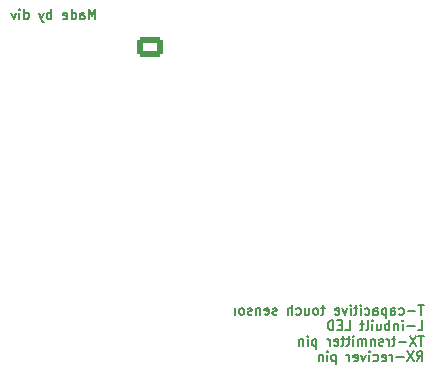
<source format=gbo>
%TF.GenerationSoftware,KiCad,Pcbnew,8.0.7*%
%TF.CreationDate,2025-01-22T20:40:04+05:30*%
%TF.ProjectId,Esp_Test,4573705f-5465-4737-942e-6b696361645f,rev?*%
%TF.SameCoordinates,Original*%
%TF.FileFunction,Legend,Bot*%
%TF.FilePolarity,Positive*%
%FSLAX46Y46*%
G04 Gerber Fmt 4.6, Leading zero omitted, Abs format (unit mm)*
G04 Created by KiCad (PCBNEW 8.0.7) date 2025-01-22 20:40:04*
%MOMM*%
%LPD*%
G01*
G04 APERTURE LIST*
G04 Aperture macros list*
%AMRoundRect*
0 Rectangle with rounded corners*
0 $1 Rounding radius*
0 $2 $3 $4 $5 $6 $7 $8 $9 X,Y pos of 4 corners*
0 Add a 4 corners polygon primitive as box body*
4,1,4,$2,$3,$4,$5,$6,$7,$8,$9,$2,$3,0*
0 Add four circle primitives for the rounded corners*
1,1,$1+$1,$2,$3*
1,1,$1+$1,$4,$5*
1,1,$1+$1,$6,$7*
1,1,$1+$1,$8,$9*
0 Add four rect primitives between the rounded corners*
20,1,$1+$1,$2,$3,$4,$5,0*
20,1,$1+$1,$4,$5,$6,$7,0*
20,1,$1+$1,$6,$7,$8,$9,0*
20,1,$1+$1,$8,$9,$2,$3,0*%
G04 Aperture macros list end*
%ADD10C,0.152400*%
%ADD11R,1.700000X1.700000*%
%ADD12RoundRect,0.250000X-0.845000X0.620000X-0.845000X-0.620000X0.845000X-0.620000X0.845000X0.620000X0*%
%ADD13O,2.190000X1.740000*%
%ADD14R,2.300000X1.700000*%
%ADD15C,1.400000*%
%ADD16O,1.400000X1.400000*%
%ADD17O,1.700000X1.700000*%
%ADD18R,1.800000X1.800000*%
%ADD19C,1.800000*%
G04 APERTURE END LIST*
D10*
X203160213Y-37484603D02*
X203160213Y-36671803D01*
X203160213Y-36671803D02*
X202889279Y-37252375D01*
X202889279Y-37252375D02*
X202618346Y-36671803D01*
X202618346Y-36671803D02*
X202618346Y-37484603D01*
X201882956Y-37484603D02*
X201882956Y-37058851D01*
X201882956Y-37058851D02*
X201921661Y-36981441D01*
X201921661Y-36981441D02*
X201999070Y-36942737D01*
X201999070Y-36942737D02*
X202153889Y-36942737D01*
X202153889Y-36942737D02*
X202231299Y-36981441D01*
X201882956Y-37445899D02*
X201960365Y-37484603D01*
X201960365Y-37484603D02*
X202153889Y-37484603D01*
X202153889Y-37484603D02*
X202231299Y-37445899D01*
X202231299Y-37445899D02*
X202270003Y-37368489D01*
X202270003Y-37368489D02*
X202270003Y-37291079D01*
X202270003Y-37291079D02*
X202231299Y-37213670D01*
X202231299Y-37213670D02*
X202153889Y-37174965D01*
X202153889Y-37174965D02*
X201960365Y-37174965D01*
X201960365Y-37174965D02*
X201882956Y-37136260D01*
X201147566Y-37484603D02*
X201147566Y-36671803D01*
X201147566Y-37445899D02*
X201224975Y-37484603D01*
X201224975Y-37484603D02*
X201379794Y-37484603D01*
X201379794Y-37484603D02*
X201457204Y-37445899D01*
X201457204Y-37445899D02*
X201495909Y-37407194D01*
X201495909Y-37407194D02*
X201534613Y-37329784D01*
X201534613Y-37329784D02*
X201534613Y-37097556D01*
X201534613Y-37097556D02*
X201495909Y-37020146D01*
X201495909Y-37020146D02*
X201457204Y-36981441D01*
X201457204Y-36981441D02*
X201379794Y-36942737D01*
X201379794Y-36942737D02*
X201224975Y-36942737D01*
X201224975Y-36942737D02*
X201147566Y-36981441D01*
X200450881Y-37445899D02*
X200528290Y-37484603D01*
X200528290Y-37484603D02*
X200683109Y-37484603D01*
X200683109Y-37484603D02*
X200760519Y-37445899D01*
X200760519Y-37445899D02*
X200799223Y-37368489D01*
X200799223Y-37368489D02*
X200799223Y-37058851D01*
X200799223Y-37058851D02*
X200760519Y-36981441D01*
X200760519Y-36981441D02*
X200683109Y-36942737D01*
X200683109Y-36942737D02*
X200528290Y-36942737D01*
X200528290Y-36942737D02*
X200450881Y-36981441D01*
X200450881Y-36981441D02*
X200412176Y-37058851D01*
X200412176Y-37058851D02*
X200412176Y-37136260D01*
X200412176Y-37136260D02*
X200799223Y-37213670D01*
X199444557Y-37484603D02*
X199444557Y-36671803D01*
X199444557Y-36981441D02*
X199367147Y-36942737D01*
X199367147Y-36942737D02*
X199212328Y-36942737D01*
X199212328Y-36942737D02*
X199134919Y-36981441D01*
X199134919Y-36981441D02*
X199096214Y-37020146D01*
X199096214Y-37020146D02*
X199057509Y-37097556D01*
X199057509Y-37097556D02*
X199057509Y-37329784D01*
X199057509Y-37329784D02*
X199096214Y-37407194D01*
X199096214Y-37407194D02*
X199134919Y-37445899D01*
X199134919Y-37445899D02*
X199212328Y-37484603D01*
X199212328Y-37484603D02*
X199367147Y-37484603D01*
X199367147Y-37484603D02*
X199444557Y-37445899D01*
X198786576Y-36942737D02*
X198593052Y-37484603D01*
X198399529Y-36942737D02*
X198593052Y-37484603D01*
X198593052Y-37484603D02*
X198670462Y-37678127D01*
X198670462Y-37678127D02*
X198709167Y-37716832D01*
X198709167Y-37716832D02*
X198786576Y-37755537D01*
X197122272Y-37484603D02*
X197122272Y-36671803D01*
X197122272Y-37445899D02*
X197199681Y-37484603D01*
X197199681Y-37484603D02*
X197354500Y-37484603D01*
X197354500Y-37484603D02*
X197431910Y-37445899D01*
X197431910Y-37445899D02*
X197470615Y-37407194D01*
X197470615Y-37407194D02*
X197509319Y-37329784D01*
X197509319Y-37329784D02*
X197509319Y-37097556D01*
X197509319Y-37097556D02*
X197470615Y-37020146D01*
X197470615Y-37020146D02*
X197431910Y-36981441D01*
X197431910Y-36981441D02*
X197354500Y-36942737D01*
X197354500Y-36942737D02*
X197199681Y-36942737D01*
X197199681Y-36942737D02*
X197122272Y-36981441D01*
X196735225Y-37484603D02*
X196735225Y-36942737D01*
X196735225Y-36671803D02*
X196773929Y-36710508D01*
X196773929Y-36710508D02*
X196735225Y-36749213D01*
X196735225Y-36749213D02*
X196696520Y-36710508D01*
X196696520Y-36710508D02*
X196735225Y-36671803D01*
X196735225Y-36671803D02*
X196735225Y-36749213D01*
X196425586Y-36942737D02*
X196232062Y-37484603D01*
X196232062Y-37484603D02*
X196038539Y-36942737D01*
X230962327Y-61702117D02*
X230497870Y-61702117D01*
X230730098Y-62514917D02*
X230730098Y-61702117D01*
X230226937Y-62205279D02*
X229607661Y-62205279D01*
X228872270Y-62476213D02*
X228949679Y-62514917D01*
X228949679Y-62514917D02*
X229104498Y-62514917D01*
X229104498Y-62514917D02*
X229181908Y-62476213D01*
X229181908Y-62476213D02*
X229220613Y-62437508D01*
X229220613Y-62437508D02*
X229259317Y-62360098D01*
X229259317Y-62360098D02*
X229259317Y-62127870D01*
X229259317Y-62127870D02*
X229220613Y-62050460D01*
X229220613Y-62050460D02*
X229181908Y-62011755D01*
X229181908Y-62011755D02*
X229104498Y-61973051D01*
X229104498Y-61973051D02*
X228949679Y-61973051D01*
X228949679Y-61973051D02*
X228872270Y-62011755D01*
X228175584Y-62514917D02*
X228175584Y-62089165D01*
X228175584Y-62089165D02*
X228214289Y-62011755D01*
X228214289Y-62011755D02*
X228291698Y-61973051D01*
X228291698Y-61973051D02*
X228446517Y-61973051D01*
X228446517Y-61973051D02*
X228523927Y-62011755D01*
X228175584Y-62476213D02*
X228252993Y-62514917D01*
X228252993Y-62514917D02*
X228446517Y-62514917D01*
X228446517Y-62514917D02*
X228523927Y-62476213D01*
X228523927Y-62476213D02*
X228562631Y-62398803D01*
X228562631Y-62398803D02*
X228562631Y-62321393D01*
X228562631Y-62321393D02*
X228523927Y-62243984D01*
X228523927Y-62243984D02*
X228446517Y-62205279D01*
X228446517Y-62205279D02*
X228252993Y-62205279D01*
X228252993Y-62205279D02*
X228175584Y-62166574D01*
X227788537Y-61973051D02*
X227788537Y-62785851D01*
X227788537Y-62011755D02*
X227711127Y-61973051D01*
X227711127Y-61973051D02*
X227556308Y-61973051D01*
X227556308Y-61973051D02*
X227478899Y-62011755D01*
X227478899Y-62011755D02*
X227440194Y-62050460D01*
X227440194Y-62050460D02*
X227401489Y-62127870D01*
X227401489Y-62127870D02*
X227401489Y-62360098D01*
X227401489Y-62360098D02*
X227440194Y-62437508D01*
X227440194Y-62437508D02*
X227478899Y-62476213D01*
X227478899Y-62476213D02*
X227556308Y-62514917D01*
X227556308Y-62514917D02*
X227711127Y-62514917D01*
X227711127Y-62514917D02*
X227788537Y-62476213D01*
X226704804Y-62514917D02*
X226704804Y-62089165D01*
X226704804Y-62089165D02*
X226743509Y-62011755D01*
X226743509Y-62011755D02*
X226820918Y-61973051D01*
X226820918Y-61973051D02*
X226975737Y-61973051D01*
X226975737Y-61973051D02*
X227053147Y-62011755D01*
X226704804Y-62476213D02*
X226782213Y-62514917D01*
X226782213Y-62514917D02*
X226975737Y-62514917D01*
X226975737Y-62514917D02*
X227053147Y-62476213D01*
X227053147Y-62476213D02*
X227091851Y-62398803D01*
X227091851Y-62398803D02*
X227091851Y-62321393D01*
X227091851Y-62321393D02*
X227053147Y-62243984D01*
X227053147Y-62243984D02*
X226975737Y-62205279D01*
X226975737Y-62205279D02*
X226782213Y-62205279D01*
X226782213Y-62205279D02*
X226704804Y-62166574D01*
X225969414Y-62476213D02*
X226046823Y-62514917D01*
X226046823Y-62514917D02*
X226201642Y-62514917D01*
X226201642Y-62514917D02*
X226279052Y-62476213D01*
X226279052Y-62476213D02*
X226317757Y-62437508D01*
X226317757Y-62437508D02*
X226356461Y-62360098D01*
X226356461Y-62360098D02*
X226356461Y-62127870D01*
X226356461Y-62127870D02*
X226317757Y-62050460D01*
X226317757Y-62050460D02*
X226279052Y-62011755D01*
X226279052Y-62011755D02*
X226201642Y-61973051D01*
X226201642Y-61973051D02*
X226046823Y-61973051D01*
X226046823Y-61973051D02*
X225969414Y-62011755D01*
X225621071Y-62514917D02*
X225621071Y-61973051D01*
X225621071Y-61702117D02*
X225659775Y-61740822D01*
X225659775Y-61740822D02*
X225621071Y-61779527D01*
X225621071Y-61779527D02*
X225582366Y-61740822D01*
X225582366Y-61740822D02*
X225621071Y-61702117D01*
X225621071Y-61702117D02*
X225621071Y-61779527D01*
X225350137Y-61973051D02*
X225040499Y-61973051D01*
X225234023Y-61702117D02*
X225234023Y-62398803D01*
X225234023Y-62398803D02*
X225195318Y-62476213D01*
X225195318Y-62476213D02*
X225117908Y-62514917D01*
X225117908Y-62514917D02*
X225040499Y-62514917D01*
X224769566Y-62514917D02*
X224769566Y-61973051D01*
X224769566Y-61702117D02*
X224808270Y-61740822D01*
X224808270Y-61740822D02*
X224769566Y-61779527D01*
X224769566Y-61779527D02*
X224730861Y-61740822D01*
X224730861Y-61740822D02*
X224769566Y-61702117D01*
X224769566Y-61702117D02*
X224769566Y-61779527D01*
X224459927Y-61973051D02*
X224266403Y-62514917D01*
X224266403Y-62514917D02*
X224072880Y-61973051D01*
X223453604Y-62476213D02*
X223531013Y-62514917D01*
X223531013Y-62514917D02*
X223685832Y-62514917D01*
X223685832Y-62514917D02*
X223763242Y-62476213D01*
X223763242Y-62476213D02*
X223801946Y-62398803D01*
X223801946Y-62398803D02*
X223801946Y-62089165D01*
X223801946Y-62089165D02*
X223763242Y-62011755D01*
X223763242Y-62011755D02*
X223685832Y-61973051D01*
X223685832Y-61973051D02*
X223531013Y-61973051D01*
X223531013Y-61973051D02*
X223453604Y-62011755D01*
X223453604Y-62011755D02*
X223414899Y-62089165D01*
X223414899Y-62089165D02*
X223414899Y-62166574D01*
X223414899Y-62166574D02*
X223801946Y-62243984D01*
X222563394Y-61973051D02*
X222253756Y-61973051D01*
X222447280Y-61702117D02*
X222447280Y-62398803D01*
X222447280Y-62398803D02*
X222408575Y-62476213D01*
X222408575Y-62476213D02*
X222331165Y-62514917D01*
X222331165Y-62514917D02*
X222253756Y-62514917D01*
X221866708Y-62514917D02*
X221944118Y-62476213D01*
X221944118Y-62476213D02*
X221982823Y-62437508D01*
X221982823Y-62437508D02*
X222021527Y-62360098D01*
X222021527Y-62360098D02*
X222021527Y-62127870D01*
X222021527Y-62127870D02*
X221982823Y-62050460D01*
X221982823Y-62050460D02*
X221944118Y-62011755D01*
X221944118Y-62011755D02*
X221866708Y-61973051D01*
X221866708Y-61973051D02*
X221750594Y-61973051D01*
X221750594Y-61973051D02*
X221673185Y-62011755D01*
X221673185Y-62011755D02*
X221634480Y-62050460D01*
X221634480Y-62050460D02*
X221595775Y-62127870D01*
X221595775Y-62127870D02*
X221595775Y-62360098D01*
X221595775Y-62360098D02*
X221634480Y-62437508D01*
X221634480Y-62437508D02*
X221673185Y-62476213D01*
X221673185Y-62476213D02*
X221750594Y-62514917D01*
X221750594Y-62514917D02*
X221866708Y-62514917D01*
X220899090Y-61973051D02*
X220899090Y-62514917D01*
X221247433Y-61973051D02*
X221247433Y-62398803D01*
X221247433Y-62398803D02*
X221208728Y-62476213D01*
X221208728Y-62476213D02*
X221131318Y-62514917D01*
X221131318Y-62514917D02*
X221015204Y-62514917D01*
X221015204Y-62514917D02*
X220937795Y-62476213D01*
X220937795Y-62476213D02*
X220899090Y-62437508D01*
X220163700Y-62476213D02*
X220241109Y-62514917D01*
X220241109Y-62514917D02*
X220395928Y-62514917D01*
X220395928Y-62514917D02*
X220473338Y-62476213D01*
X220473338Y-62476213D02*
X220512043Y-62437508D01*
X220512043Y-62437508D02*
X220550747Y-62360098D01*
X220550747Y-62360098D02*
X220550747Y-62127870D01*
X220550747Y-62127870D02*
X220512043Y-62050460D01*
X220512043Y-62050460D02*
X220473338Y-62011755D01*
X220473338Y-62011755D02*
X220395928Y-61973051D01*
X220395928Y-61973051D02*
X220241109Y-61973051D01*
X220241109Y-61973051D02*
X220163700Y-62011755D01*
X219815357Y-62514917D02*
X219815357Y-61702117D01*
X219467014Y-62514917D02*
X219467014Y-62089165D01*
X219467014Y-62089165D02*
X219505719Y-62011755D01*
X219505719Y-62011755D02*
X219583128Y-61973051D01*
X219583128Y-61973051D02*
X219699242Y-61973051D01*
X219699242Y-61973051D02*
X219776652Y-62011755D01*
X219776652Y-62011755D02*
X219815357Y-62050460D01*
X218499395Y-62476213D02*
X218421986Y-62514917D01*
X218421986Y-62514917D02*
X218267167Y-62514917D01*
X218267167Y-62514917D02*
X218189757Y-62476213D01*
X218189757Y-62476213D02*
X218151053Y-62398803D01*
X218151053Y-62398803D02*
X218151053Y-62360098D01*
X218151053Y-62360098D02*
X218189757Y-62282689D01*
X218189757Y-62282689D02*
X218267167Y-62243984D01*
X218267167Y-62243984D02*
X218383281Y-62243984D01*
X218383281Y-62243984D02*
X218460691Y-62205279D01*
X218460691Y-62205279D02*
X218499395Y-62127870D01*
X218499395Y-62127870D02*
X218499395Y-62089165D01*
X218499395Y-62089165D02*
X218460691Y-62011755D01*
X218460691Y-62011755D02*
X218383281Y-61973051D01*
X218383281Y-61973051D02*
X218267167Y-61973051D01*
X218267167Y-61973051D02*
X218189757Y-62011755D01*
X217493072Y-62476213D02*
X217570481Y-62514917D01*
X217570481Y-62514917D02*
X217725300Y-62514917D01*
X217725300Y-62514917D02*
X217802710Y-62476213D01*
X217802710Y-62476213D02*
X217841414Y-62398803D01*
X217841414Y-62398803D02*
X217841414Y-62089165D01*
X217841414Y-62089165D02*
X217802710Y-62011755D01*
X217802710Y-62011755D02*
X217725300Y-61973051D01*
X217725300Y-61973051D02*
X217570481Y-61973051D01*
X217570481Y-61973051D02*
X217493072Y-62011755D01*
X217493072Y-62011755D02*
X217454367Y-62089165D01*
X217454367Y-62089165D02*
X217454367Y-62166574D01*
X217454367Y-62166574D02*
X217841414Y-62243984D01*
X217106024Y-61973051D02*
X217106024Y-62514917D01*
X217106024Y-62050460D02*
X217067319Y-62011755D01*
X217067319Y-62011755D02*
X216989909Y-61973051D01*
X216989909Y-61973051D02*
X216873795Y-61973051D01*
X216873795Y-61973051D02*
X216796386Y-62011755D01*
X216796386Y-62011755D02*
X216757681Y-62089165D01*
X216757681Y-62089165D02*
X216757681Y-62514917D01*
X216409338Y-62476213D02*
X216331929Y-62514917D01*
X216331929Y-62514917D02*
X216177110Y-62514917D01*
X216177110Y-62514917D02*
X216099700Y-62476213D01*
X216099700Y-62476213D02*
X216060996Y-62398803D01*
X216060996Y-62398803D02*
X216060996Y-62360098D01*
X216060996Y-62360098D02*
X216099700Y-62282689D01*
X216099700Y-62282689D02*
X216177110Y-62243984D01*
X216177110Y-62243984D02*
X216293224Y-62243984D01*
X216293224Y-62243984D02*
X216370634Y-62205279D01*
X216370634Y-62205279D02*
X216409338Y-62127870D01*
X216409338Y-62127870D02*
X216409338Y-62089165D01*
X216409338Y-62089165D02*
X216370634Y-62011755D01*
X216370634Y-62011755D02*
X216293224Y-61973051D01*
X216293224Y-61973051D02*
X216177110Y-61973051D01*
X216177110Y-61973051D02*
X216099700Y-62011755D01*
X215596538Y-62514917D02*
X215673948Y-62476213D01*
X215673948Y-62476213D02*
X215712653Y-62437508D01*
X215712653Y-62437508D02*
X215751357Y-62360098D01*
X215751357Y-62360098D02*
X215751357Y-62127870D01*
X215751357Y-62127870D02*
X215712653Y-62050460D01*
X215712653Y-62050460D02*
X215673948Y-62011755D01*
X215673948Y-62011755D02*
X215596538Y-61973051D01*
X215596538Y-61973051D02*
X215480424Y-61973051D01*
X215480424Y-61973051D02*
X215403015Y-62011755D01*
X215403015Y-62011755D02*
X215364310Y-62050460D01*
X215364310Y-62050460D02*
X215325605Y-62127870D01*
X215325605Y-62127870D02*
X215325605Y-62360098D01*
X215325605Y-62360098D02*
X215364310Y-62437508D01*
X215364310Y-62437508D02*
X215403015Y-62476213D01*
X215403015Y-62476213D02*
X215480424Y-62514917D01*
X215480424Y-62514917D02*
X215596538Y-62514917D01*
X214977263Y-62514917D02*
X214977263Y-61973051D01*
X214977263Y-62127870D02*
X214938558Y-62050460D01*
X214938558Y-62050460D02*
X214899853Y-62011755D01*
X214899853Y-62011755D02*
X214822444Y-61973051D01*
X214822444Y-61973051D02*
X214745034Y-61973051D01*
X230459165Y-63823479D02*
X230846213Y-63823479D01*
X230846213Y-63823479D02*
X230846213Y-63010679D01*
X230188232Y-63513841D02*
X229568956Y-63513841D01*
X229181908Y-63823479D02*
X229181908Y-63281613D01*
X229181908Y-63010679D02*
X229220612Y-63049384D01*
X229220612Y-63049384D02*
X229181908Y-63088089D01*
X229181908Y-63088089D02*
X229143203Y-63049384D01*
X229143203Y-63049384D02*
X229181908Y-63010679D01*
X229181908Y-63010679D02*
X229181908Y-63088089D01*
X228794860Y-63281613D02*
X228794860Y-63823479D01*
X228794860Y-63359022D02*
X228756155Y-63320317D01*
X228756155Y-63320317D02*
X228678745Y-63281613D01*
X228678745Y-63281613D02*
X228562631Y-63281613D01*
X228562631Y-63281613D02*
X228485222Y-63320317D01*
X228485222Y-63320317D02*
X228446517Y-63397727D01*
X228446517Y-63397727D02*
X228446517Y-63823479D01*
X228059470Y-63823479D02*
X228059470Y-63010679D01*
X228059470Y-63320317D02*
X227982060Y-63281613D01*
X227982060Y-63281613D02*
X227827241Y-63281613D01*
X227827241Y-63281613D02*
X227749832Y-63320317D01*
X227749832Y-63320317D02*
X227711127Y-63359022D01*
X227711127Y-63359022D02*
X227672422Y-63436432D01*
X227672422Y-63436432D02*
X227672422Y-63668660D01*
X227672422Y-63668660D02*
X227711127Y-63746070D01*
X227711127Y-63746070D02*
X227749832Y-63784775D01*
X227749832Y-63784775D02*
X227827241Y-63823479D01*
X227827241Y-63823479D02*
X227982060Y-63823479D01*
X227982060Y-63823479D02*
X228059470Y-63784775D01*
X226975737Y-63281613D02*
X226975737Y-63823479D01*
X227324080Y-63281613D02*
X227324080Y-63707365D01*
X227324080Y-63707365D02*
X227285375Y-63784775D01*
X227285375Y-63784775D02*
X227207965Y-63823479D01*
X227207965Y-63823479D02*
X227091851Y-63823479D01*
X227091851Y-63823479D02*
X227014442Y-63784775D01*
X227014442Y-63784775D02*
X226975737Y-63746070D01*
X226588690Y-63823479D02*
X226588690Y-63281613D01*
X226588690Y-63010679D02*
X226627394Y-63049384D01*
X226627394Y-63049384D02*
X226588690Y-63088089D01*
X226588690Y-63088089D02*
X226549985Y-63049384D01*
X226549985Y-63049384D02*
X226588690Y-63010679D01*
X226588690Y-63010679D02*
X226588690Y-63088089D01*
X226085527Y-63823479D02*
X226162937Y-63784775D01*
X226162937Y-63784775D02*
X226201642Y-63707365D01*
X226201642Y-63707365D02*
X226201642Y-63010679D01*
X225892004Y-63281613D02*
X225582366Y-63281613D01*
X225775890Y-63010679D02*
X225775890Y-63707365D01*
X225775890Y-63707365D02*
X225737185Y-63784775D01*
X225737185Y-63784775D02*
X225659775Y-63823479D01*
X225659775Y-63823479D02*
X225582366Y-63823479D01*
X224305109Y-63823479D02*
X224692157Y-63823479D01*
X224692157Y-63823479D02*
X224692157Y-63010679D01*
X224034176Y-63397727D02*
X223763242Y-63397727D01*
X223647128Y-63823479D02*
X224034176Y-63823479D01*
X224034176Y-63823479D02*
X224034176Y-63010679D01*
X224034176Y-63010679D02*
X223647128Y-63010679D01*
X223298786Y-63823479D02*
X223298786Y-63010679D01*
X223298786Y-63010679D02*
X223105262Y-63010679D01*
X223105262Y-63010679D02*
X222989148Y-63049384D01*
X222989148Y-63049384D02*
X222911738Y-63126794D01*
X222911738Y-63126794D02*
X222873033Y-63204203D01*
X222873033Y-63204203D02*
X222834329Y-63359022D01*
X222834329Y-63359022D02*
X222834329Y-63475136D01*
X222834329Y-63475136D02*
X222873033Y-63629955D01*
X222873033Y-63629955D02*
X222911738Y-63707365D01*
X222911738Y-63707365D02*
X222989148Y-63784775D01*
X222989148Y-63784775D02*
X223105262Y-63823479D01*
X223105262Y-63823479D02*
X223298786Y-63823479D01*
X230962327Y-64319241D02*
X230497870Y-64319241D01*
X230730098Y-65132041D02*
X230730098Y-64319241D01*
X230304346Y-64319241D02*
X229762480Y-65132041D01*
X229762480Y-64319241D02*
X230304346Y-65132041D01*
X229452842Y-64822403D02*
X228833566Y-64822403D01*
X228562632Y-64590175D02*
X228252994Y-64590175D01*
X228446518Y-64319241D02*
X228446518Y-65015927D01*
X228446518Y-65015927D02*
X228407813Y-65093337D01*
X228407813Y-65093337D02*
X228330403Y-65132041D01*
X228330403Y-65132041D02*
X228252994Y-65132041D01*
X227982061Y-65132041D02*
X227982061Y-64590175D01*
X227982061Y-64744994D02*
X227943356Y-64667584D01*
X227943356Y-64667584D02*
X227904651Y-64628879D01*
X227904651Y-64628879D02*
X227827242Y-64590175D01*
X227827242Y-64590175D02*
X227749832Y-64590175D01*
X227517603Y-65093337D02*
X227440194Y-65132041D01*
X227440194Y-65132041D02*
X227285375Y-65132041D01*
X227285375Y-65132041D02*
X227207965Y-65093337D01*
X227207965Y-65093337D02*
X227169261Y-65015927D01*
X227169261Y-65015927D02*
X227169261Y-64977222D01*
X227169261Y-64977222D02*
X227207965Y-64899813D01*
X227207965Y-64899813D02*
X227285375Y-64861108D01*
X227285375Y-64861108D02*
X227401489Y-64861108D01*
X227401489Y-64861108D02*
X227478899Y-64822403D01*
X227478899Y-64822403D02*
X227517603Y-64744994D01*
X227517603Y-64744994D02*
X227517603Y-64706289D01*
X227517603Y-64706289D02*
X227478899Y-64628879D01*
X227478899Y-64628879D02*
X227401489Y-64590175D01*
X227401489Y-64590175D02*
X227285375Y-64590175D01*
X227285375Y-64590175D02*
X227207965Y-64628879D01*
X226820918Y-64590175D02*
X226820918Y-65132041D01*
X226820918Y-64667584D02*
X226782213Y-64628879D01*
X226782213Y-64628879D02*
X226704803Y-64590175D01*
X226704803Y-64590175D02*
X226588689Y-64590175D01*
X226588689Y-64590175D02*
X226511280Y-64628879D01*
X226511280Y-64628879D02*
X226472575Y-64706289D01*
X226472575Y-64706289D02*
X226472575Y-65132041D01*
X226085528Y-65132041D02*
X226085528Y-64590175D01*
X226085528Y-64667584D02*
X226046823Y-64628879D01*
X226046823Y-64628879D02*
X225969413Y-64590175D01*
X225969413Y-64590175D02*
X225853299Y-64590175D01*
X225853299Y-64590175D02*
X225775890Y-64628879D01*
X225775890Y-64628879D02*
X225737185Y-64706289D01*
X225737185Y-64706289D02*
X225737185Y-65132041D01*
X225737185Y-64706289D02*
X225698480Y-64628879D01*
X225698480Y-64628879D02*
X225621071Y-64590175D01*
X225621071Y-64590175D02*
X225504956Y-64590175D01*
X225504956Y-64590175D02*
X225427547Y-64628879D01*
X225427547Y-64628879D02*
X225388842Y-64706289D01*
X225388842Y-64706289D02*
X225388842Y-65132041D01*
X225001795Y-65132041D02*
X225001795Y-64590175D01*
X225001795Y-64319241D02*
X225040499Y-64357946D01*
X225040499Y-64357946D02*
X225001795Y-64396651D01*
X225001795Y-64396651D02*
X224963090Y-64357946D01*
X224963090Y-64357946D02*
X225001795Y-64319241D01*
X225001795Y-64319241D02*
X225001795Y-64396651D01*
X224730861Y-64590175D02*
X224421223Y-64590175D01*
X224614747Y-64319241D02*
X224614747Y-65015927D01*
X224614747Y-65015927D02*
X224576042Y-65093337D01*
X224576042Y-65093337D02*
X224498632Y-65132041D01*
X224498632Y-65132041D02*
X224421223Y-65132041D01*
X224266404Y-64590175D02*
X223956766Y-64590175D01*
X224150290Y-64319241D02*
X224150290Y-65015927D01*
X224150290Y-65015927D02*
X224111585Y-65093337D01*
X224111585Y-65093337D02*
X224034175Y-65132041D01*
X224034175Y-65132041D02*
X223956766Y-65132041D01*
X223376195Y-65093337D02*
X223453604Y-65132041D01*
X223453604Y-65132041D02*
X223608423Y-65132041D01*
X223608423Y-65132041D02*
X223685833Y-65093337D01*
X223685833Y-65093337D02*
X223724537Y-65015927D01*
X223724537Y-65015927D02*
X223724537Y-64706289D01*
X223724537Y-64706289D02*
X223685833Y-64628879D01*
X223685833Y-64628879D02*
X223608423Y-64590175D01*
X223608423Y-64590175D02*
X223453604Y-64590175D01*
X223453604Y-64590175D02*
X223376195Y-64628879D01*
X223376195Y-64628879D02*
X223337490Y-64706289D01*
X223337490Y-64706289D02*
X223337490Y-64783698D01*
X223337490Y-64783698D02*
X223724537Y-64861108D01*
X222989147Y-65132041D02*
X222989147Y-64590175D01*
X222989147Y-64744994D02*
X222950442Y-64667584D01*
X222950442Y-64667584D02*
X222911737Y-64628879D01*
X222911737Y-64628879D02*
X222834328Y-64590175D01*
X222834328Y-64590175D02*
X222756918Y-64590175D01*
X221866709Y-64590175D02*
X221866709Y-65402975D01*
X221866709Y-64628879D02*
X221789299Y-64590175D01*
X221789299Y-64590175D02*
X221634480Y-64590175D01*
X221634480Y-64590175D02*
X221557071Y-64628879D01*
X221557071Y-64628879D02*
X221518366Y-64667584D01*
X221518366Y-64667584D02*
X221479661Y-64744994D01*
X221479661Y-64744994D02*
X221479661Y-64977222D01*
X221479661Y-64977222D02*
X221518366Y-65054632D01*
X221518366Y-65054632D02*
X221557071Y-65093337D01*
X221557071Y-65093337D02*
X221634480Y-65132041D01*
X221634480Y-65132041D02*
X221789299Y-65132041D01*
X221789299Y-65132041D02*
X221866709Y-65093337D01*
X221131319Y-65132041D02*
X221131319Y-64590175D01*
X221131319Y-64319241D02*
X221170023Y-64357946D01*
X221170023Y-64357946D02*
X221131319Y-64396651D01*
X221131319Y-64396651D02*
X221092614Y-64357946D01*
X221092614Y-64357946D02*
X221131319Y-64319241D01*
X221131319Y-64319241D02*
X221131319Y-64396651D01*
X220744271Y-64590175D02*
X220744271Y-65132041D01*
X220744271Y-64667584D02*
X220705566Y-64628879D01*
X220705566Y-64628879D02*
X220628156Y-64590175D01*
X220628156Y-64590175D02*
X220512042Y-64590175D01*
X220512042Y-64590175D02*
X220434633Y-64628879D01*
X220434633Y-64628879D02*
X220395928Y-64706289D01*
X220395928Y-64706289D02*
X220395928Y-65132041D01*
X230381756Y-66440603D02*
X230652689Y-66053556D01*
X230846213Y-66440603D02*
X230846213Y-65627803D01*
X230846213Y-65627803D02*
X230536575Y-65627803D01*
X230536575Y-65627803D02*
X230459165Y-65666508D01*
X230459165Y-65666508D02*
X230420460Y-65705213D01*
X230420460Y-65705213D02*
X230381756Y-65782622D01*
X230381756Y-65782622D02*
X230381756Y-65898737D01*
X230381756Y-65898737D02*
X230420460Y-65976146D01*
X230420460Y-65976146D02*
X230459165Y-66014851D01*
X230459165Y-66014851D02*
X230536575Y-66053556D01*
X230536575Y-66053556D02*
X230846213Y-66053556D01*
X230110822Y-65627803D02*
X229568956Y-66440603D01*
X229568956Y-65627803D02*
X230110822Y-66440603D01*
X229259318Y-66130965D02*
X228640042Y-66130965D01*
X228252994Y-66440603D02*
X228252994Y-65898737D01*
X228252994Y-66053556D02*
X228214289Y-65976146D01*
X228214289Y-65976146D02*
X228175584Y-65937441D01*
X228175584Y-65937441D02*
X228098175Y-65898737D01*
X228098175Y-65898737D02*
X228020765Y-65898737D01*
X227440194Y-66401899D02*
X227517603Y-66440603D01*
X227517603Y-66440603D02*
X227672422Y-66440603D01*
X227672422Y-66440603D02*
X227749832Y-66401899D01*
X227749832Y-66401899D02*
X227788536Y-66324489D01*
X227788536Y-66324489D02*
X227788536Y-66014851D01*
X227788536Y-66014851D02*
X227749832Y-65937441D01*
X227749832Y-65937441D02*
X227672422Y-65898737D01*
X227672422Y-65898737D02*
X227517603Y-65898737D01*
X227517603Y-65898737D02*
X227440194Y-65937441D01*
X227440194Y-65937441D02*
X227401489Y-66014851D01*
X227401489Y-66014851D02*
X227401489Y-66092260D01*
X227401489Y-66092260D02*
X227788536Y-66169670D01*
X226704803Y-66401899D02*
X226782212Y-66440603D01*
X226782212Y-66440603D02*
X226937031Y-66440603D01*
X226937031Y-66440603D02*
X227014441Y-66401899D01*
X227014441Y-66401899D02*
X227053146Y-66363194D01*
X227053146Y-66363194D02*
X227091850Y-66285784D01*
X227091850Y-66285784D02*
X227091850Y-66053556D01*
X227091850Y-66053556D02*
X227053146Y-65976146D01*
X227053146Y-65976146D02*
X227014441Y-65937441D01*
X227014441Y-65937441D02*
X226937031Y-65898737D01*
X226937031Y-65898737D02*
X226782212Y-65898737D01*
X226782212Y-65898737D02*
X226704803Y-65937441D01*
X226356460Y-66440603D02*
X226356460Y-65898737D01*
X226356460Y-65627803D02*
X226395164Y-65666508D01*
X226395164Y-65666508D02*
X226356460Y-65705213D01*
X226356460Y-65705213D02*
X226317755Y-65666508D01*
X226317755Y-65666508D02*
X226356460Y-65627803D01*
X226356460Y-65627803D02*
X226356460Y-65705213D01*
X226046821Y-65898737D02*
X225853297Y-66440603D01*
X225853297Y-66440603D02*
X225659774Y-65898737D01*
X225040498Y-66401899D02*
X225117907Y-66440603D01*
X225117907Y-66440603D02*
X225272726Y-66440603D01*
X225272726Y-66440603D02*
X225350136Y-66401899D01*
X225350136Y-66401899D02*
X225388840Y-66324489D01*
X225388840Y-66324489D02*
X225388840Y-66014851D01*
X225388840Y-66014851D02*
X225350136Y-65937441D01*
X225350136Y-65937441D02*
X225272726Y-65898737D01*
X225272726Y-65898737D02*
X225117907Y-65898737D01*
X225117907Y-65898737D02*
X225040498Y-65937441D01*
X225040498Y-65937441D02*
X225001793Y-66014851D01*
X225001793Y-66014851D02*
X225001793Y-66092260D01*
X225001793Y-66092260D02*
X225388840Y-66169670D01*
X224653450Y-66440603D02*
X224653450Y-65898737D01*
X224653450Y-66053556D02*
X224614745Y-65976146D01*
X224614745Y-65976146D02*
X224576040Y-65937441D01*
X224576040Y-65937441D02*
X224498631Y-65898737D01*
X224498631Y-65898737D02*
X224421221Y-65898737D01*
X223531012Y-65898737D02*
X223531012Y-66711537D01*
X223531012Y-65937441D02*
X223453602Y-65898737D01*
X223453602Y-65898737D02*
X223298783Y-65898737D01*
X223298783Y-65898737D02*
X223221374Y-65937441D01*
X223221374Y-65937441D02*
X223182669Y-65976146D01*
X223182669Y-65976146D02*
X223143964Y-66053556D01*
X223143964Y-66053556D02*
X223143964Y-66285784D01*
X223143964Y-66285784D02*
X223182669Y-66363194D01*
X223182669Y-66363194D02*
X223221374Y-66401899D01*
X223221374Y-66401899D02*
X223298783Y-66440603D01*
X223298783Y-66440603D02*
X223453602Y-66440603D01*
X223453602Y-66440603D02*
X223531012Y-66401899D01*
X222795622Y-66440603D02*
X222795622Y-65898737D01*
X222795622Y-65627803D02*
X222834326Y-65666508D01*
X222834326Y-65666508D02*
X222795622Y-65705213D01*
X222795622Y-65705213D02*
X222756917Y-65666508D01*
X222756917Y-65666508D02*
X222795622Y-65627803D01*
X222795622Y-65627803D02*
X222795622Y-65705213D01*
X222408574Y-65898737D02*
X222408574Y-66440603D01*
X222408574Y-65976146D02*
X222369869Y-65937441D01*
X222369869Y-65937441D02*
X222292459Y-65898737D01*
X222292459Y-65898737D02*
X222176345Y-65898737D01*
X222176345Y-65898737D02*
X222098936Y-65937441D01*
X222098936Y-65937441D02*
X222060231Y-66014851D01*
X222060231Y-66014851D02*
X222060231Y-66440603D01*
%LPC*%
D11*
%TO.C,J3*%
X255524000Y-81280000D03*
%TD*%
%TO.C,J2*%
X198120000Y-81026000D03*
%TD*%
D12*
%TO.C,J4*%
X246634000Y-39878000D03*
D13*
X246634000Y-42418000D03*
X246634000Y-44958000D03*
X246634000Y-47498000D03*
X246634000Y-50038000D03*
X246634000Y-52578000D03*
X246634000Y-55118000D03*
X246634000Y-57658000D03*
X246634000Y-60198000D03*
X246634000Y-62738000D03*
X246634000Y-65278000D03*
X246634000Y-67818000D03*
X246634000Y-70358000D03*
X246634000Y-72898000D03*
X246634000Y-75438000D03*
%TD*%
D14*
%TO.C,U1*%
X213800000Y-39790000D03*
X213800000Y-42330000D03*
X213800000Y-44870000D03*
X213800000Y-47410000D03*
X213800000Y-49950000D03*
X213800000Y-52490000D03*
X213800000Y-55030000D03*
X213800000Y-57570000D03*
X213800000Y-60110000D03*
X213800000Y-62650000D03*
X213800000Y-65190000D03*
X213800000Y-67730000D03*
X213800000Y-70270000D03*
X213800000Y-72810000D03*
X213800000Y-75350000D03*
X239200000Y-75350000D03*
X239200000Y-72810000D03*
X239200000Y-70270000D03*
X239200000Y-67730000D03*
X239200000Y-65190000D03*
X239200000Y-62650000D03*
X239200000Y-60110000D03*
X239200000Y-57570000D03*
X239200000Y-55030000D03*
X239200000Y-52490000D03*
X239200000Y-49950000D03*
X239200000Y-47410000D03*
X239200000Y-44870000D03*
X239200000Y-42330000D03*
X239200000Y-39790000D03*
%TD*%
D15*
%TO.C,R1*%
X202692000Y-86106000D03*
D16*
X202692000Y-78486000D03*
%TD*%
D11*
%TO.C,J1*%
X198374000Y-39878000D03*
D17*
X198374000Y-42418000D03*
X198374000Y-44958000D03*
X198374000Y-47498000D03*
X198374000Y-50038000D03*
X198374000Y-52578000D03*
X198374000Y-55118000D03*
X198374000Y-57658000D03*
X198374000Y-60198000D03*
X198374000Y-62738000D03*
X198374000Y-65278000D03*
X198374000Y-67818000D03*
X198374000Y-70358000D03*
X198374000Y-72898000D03*
X198374000Y-75438000D03*
%TD*%
D15*
%TO.C,R2*%
X251714000Y-78232000D03*
D16*
X251714000Y-85852000D03*
%TD*%
D18*
%TO.C,D1*%
X206751000Y-81534000D03*
D19*
X209291000Y-81534000D03*
%TD*%
D12*
%TO.C,J5*%
X207772000Y-39878000D03*
D13*
X207772000Y-42418000D03*
X207772000Y-44958000D03*
X207772000Y-47498000D03*
X207772000Y-50038000D03*
X207772000Y-52578000D03*
X207772000Y-55118000D03*
X207772000Y-57658000D03*
X207772000Y-60198000D03*
X207772000Y-62738000D03*
X207772000Y-65278000D03*
X207772000Y-67818000D03*
X207772000Y-70358000D03*
X207772000Y-72898000D03*
X207772000Y-75438000D03*
%TD*%
D18*
%TO.C,D2*%
X248158000Y-81280000D03*
D19*
X245618000Y-81280000D03*
%TD*%
D11*
%TO.C,J6*%
X255524000Y-40132000D03*
D17*
X255524000Y-42672000D03*
X255524000Y-45212000D03*
X255524000Y-47752000D03*
X255524000Y-50292000D03*
X255524000Y-52832000D03*
X255524000Y-55372000D03*
X255524000Y-57912000D03*
X255524000Y-60452000D03*
X255524000Y-62992000D03*
X255524000Y-65532000D03*
X255524000Y-68072000D03*
X255524000Y-70612000D03*
X255524000Y-73152000D03*
X255524000Y-75692000D03*
%TD*%
%LPD*%
M02*

</source>
